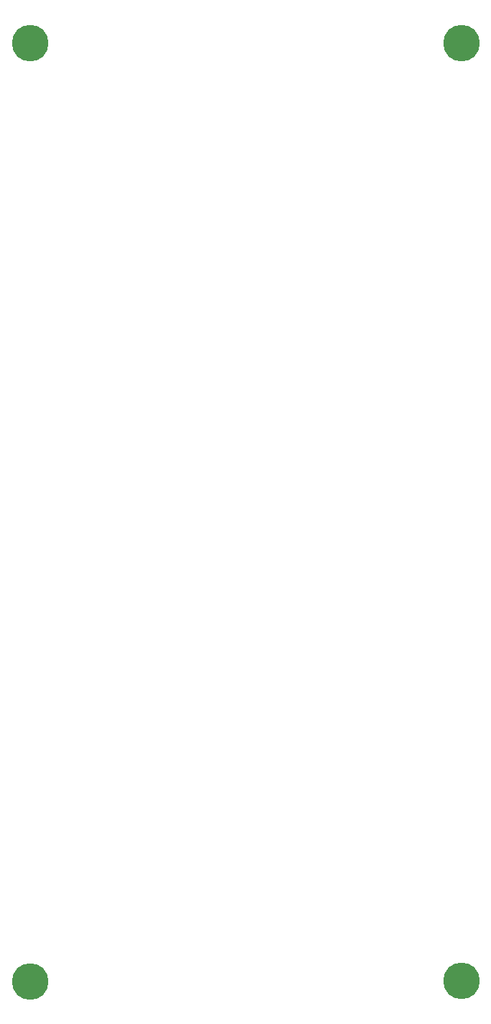
<source format=gbr>
%TF.GenerationSoftware,KiCad,Pcbnew,8.0.6*%
%TF.CreationDate,2025-03-02T16:11:29-08:00*%
%TF.ProjectId,dpx_faded_FP,6470785f-6661-4646-9564-5f46502e6b69,rev?*%
%TF.SameCoordinates,Original*%
%TF.FileFunction,Soldermask,Bot*%
%TF.FilePolarity,Negative*%
%FSLAX46Y46*%
G04 Gerber Fmt 4.6, Leading zero omitted, Abs format (unit mm)*
G04 Created by KiCad (PCBNEW 8.0.6) date 2025-03-02 16:11:29*
%MOMM*%
%LPD*%
G01*
G04 APERTURE LIST*
%ADD10C,4.300000*%
G04 APERTURE END LIST*
D10*
%TO.C,REF\u002A\u002A*%
X110250000Y-171300000D03*
%TD*%
%TO.C,REF\u002A\u002A*%
X59450000Y-171350000D03*
%TD*%
%TO.C,REF\u002A\u002A*%
X110250000Y-60850000D03*
%TD*%
%TO.C,REF\u002A\u002A*%
X59450000Y-60850000D03*
%TD*%
M02*

</source>
